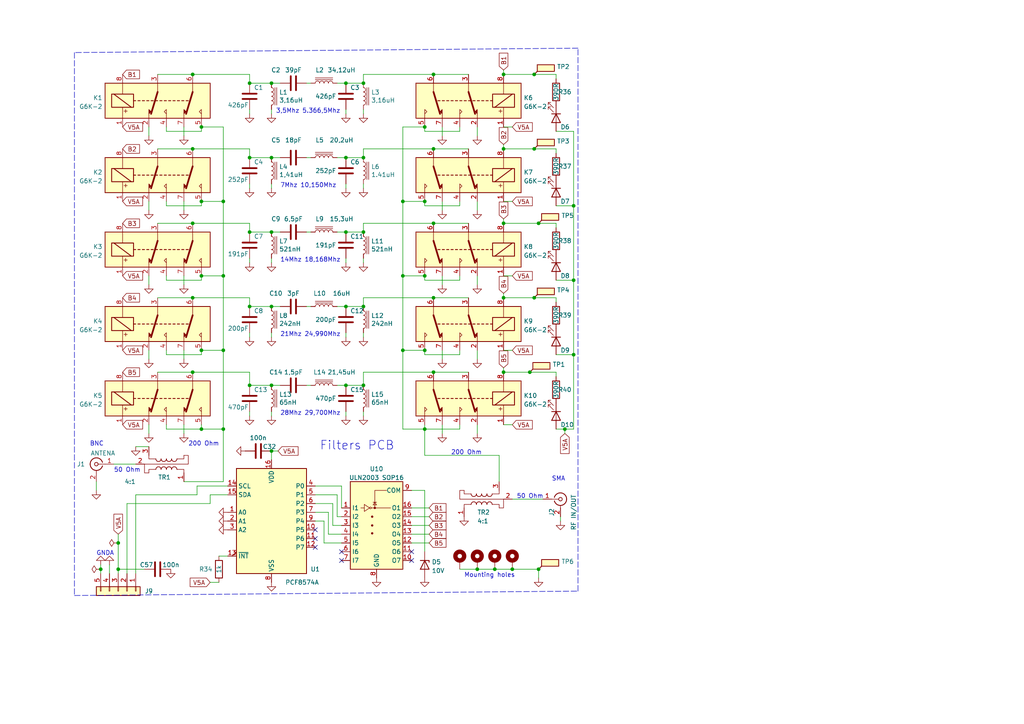
<source format=kicad_sch>
(kicad_sch (version 20211123) (generator eeschema)
  (paper "A4")
  (title_block (title "Software Defined Transceiver") (date "2022-05-21") (rev "1.0") (comment 1 "Pere López EA3AGK"))
  (junction (at 55.88 86.36))
  (junction (at 146.05 107.95))
  (junction (at 156.21 64.77))
  (junction (at 105.41 45.72))
  (junction (at 116.84 58.42))
  (junction (at 154.94 86.36))
  (junction (at 64.77 80.01))
  (junction (at 116.84 101.6))
  (junction (at 146.05 86.36))
  (junction (at 34.29 157.48))
  (junction (at 58.42 80.01))
  (junction (at 123.19 124.46))
  (junction (at 64.77 124.46))
  (junction (at 123.19 36.83))
  (junction (at 72.39 67.31))
  (junction (at 78.74 130.81))
  (junction (at 58.42 36.83))
  (junction (at 72.39 24.13))
  (junction (at 55.88 64.77))
  (junction (at 72.39 111.76))
  (junction (at 116.84 80.01))
  (junction (at 58.42 101.6))
  (junction (at 146.05 43.18))
  (junction (at 55.88 43.18))
  (junction (at 163.83 124.46))
  (junction (at 153.67 107.95))
  (junction (at 100.33 67.31))
  (junction (at 78.74 88.9))
  (junction (at 100.33 88.9))
  (junction (at 105.41 88.9))
  (junction (at 166.37 81.28))
  (junction (at 166.37 102.87))
  (junction (at 78.74 67.31))
  (junction (at 148.59 165.1))
  (junction (at 64.77 58.42))
  (junction (at 58.42 58.42))
  (junction (at 125.73 43.18))
  (junction (at 143.51 165.1))
  (junction (at 55.88 107.95))
  (junction (at 100.33 24.13))
  (junction (at 34.29 165.1))
  (junction (at 55.88 21.59))
  (junction (at 146.05 21.59))
  (junction (at 125.73 64.77))
  (junction (at 78.74 111.76))
  (junction (at 105.41 111.76))
  (junction (at 78.74 24.13))
  (junction (at 138.43 165.1))
  (junction (at 123.19 80.01))
  (junction (at 72.39 45.72))
  (junction (at 58.42 124.46))
  (junction (at 100.33 45.72))
  (junction (at 105.41 24.13))
  (junction (at 105.41 67.31))
  (junction (at 156.21 165.1))
  (junction (at 78.74 45.72))
  (junction (at 100.33 111.76))
  (junction (at 72.39 88.9))
  (junction (at 146.05 64.77))
  (junction (at 125.73 21.59))
  (junction (at 154.94 43.18))
  (junction (at 29.21 165.1))
  (junction (at 123.19 58.42))
  (junction (at 166.37 59.69))
  (junction (at 64.77 101.6))
  (junction (at 125.73 86.36))
  (junction (at 125.73 107.95))
  (junction (at 154.94 21.59))
  (junction (at 123.19 101.6))
  (no_connect (at 119.38 160.02))
  (no_connect (at 119.38 162.56))
  (no_connect (at 99.06 160.02))
  (no_connect (at 99.06 162.56))
  (no_connect (at 91.44 158.75))
  (no_connect (at 91.44 156.21))
  (no_connect (at 91.44 153.67))
  (wire (pts (xy 125.73 107.95) (xy 135.89 107.95)))
  (wire (pts (xy 43.18 104.14) (xy 43.18 101.6)))
  (wire (pts (xy 133.35 102.87) (xy 123.19 102.87)))
  (wire (pts (xy 72.39 86.36) (xy 72.39 88.9)))
  (wire (pts (xy 96.52 146.05) (xy 96.52 152.4)))
  (wire (pts (xy 45.72 86.36) (xy 55.88 86.36)))
  (wire (pts (xy 45.72 21.59) (xy 55.88 21.59)))
  (wire (pts (xy 48.26 58.42) (xy 48.26 59.69)))
  (wire (pts (xy 97.79 88.9) (xy 100.33 88.9)))
  (wire (pts (xy 148.59 144.78) (xy 157.48 144.78)))
  (wire (pts (xy 81.28 45.72) (xy 78.74 45.72)))
  (wire (pts (xy 119.38 157.48) (xy 124.46 157.48)))
  (wire (pts (xy 161.29 81.28) (xy 166.37 81.28)))
  (wire (pts (xy 100.33 74.93) (xy 100.33 76.2)))
  (wire (pts (xy 138.43 60.96) (xy 138.43 58.42)))
  (wire (pts (xy 55.88 21.59) (xy 72.39 21.59)))
  (wire (pts (xy 162.56 149.86) (xy 162.56 151.13)))
  (wire (pts (xy 43.18 36.83) (xy 43.18 39.37)))
  (wire (pts (xy 133.35 36.83) (xy 133.35 38.1)))
  (wire (pts (xy 45.72 107.95) (xy 55.88 107.95)))
  (wire (pts (xy 78.74 24.13) (xy 72.39 24.13)))
  (wire (pts (xy 105.41 21.59) (xy 125.73 21.59)))
  (wire (pts (xy 166.37 102.87) (xy 166.37 124.46)))
  (wire (pts (xy 125.73 21.59) (xy 135.89 21.59)))
  (wire (pts (xy 138.43 104.14) (xy 138.43 101.6)))
  (wire (pts (xy 146.05 36.83) (xy 148.59 36.83)))
  (wire (pts (xy 133.35 59.69) (xy 123.19 59.69)))
  (wire (pts (xy 166.37 59.69) (xy 166.37 81.28)))
  (wire (pts (xy 123.19 123.19) (xy 123.19 124.46)))
  (wire (pts (xy 48.26 102.87) (xy 58.42 102.87)))
  (wire (pts (xy 78.74 54.61) (xy 78.74 53.34)))
  (wire (pts (xy 146.05 86.36) (xy 154.94 86.36)))
  (wire (pts (xy 97.79 143.51) (xy 97.79 149.86)))
  (wire (pts (xy 123.19 101.6) (xy 116.84 101.6)))
  (wire (pts (xy 58.42 58.42) (xy 64.77 58.42)))
  (wire (pts (xy 78.74 67.31) (xy 72.39 67.31)))
  (wire (pts (xy 58.42 59.69) (xy 58.42 58.42)))
  (wire (pts (xy 48.26 80.01) (xy 48.26 81.28)))
  (wire (pts (xy 80.645 130.81) (xy 78.74 130.81)))
  (wire (pts (xy 146.05 101.6) (xy 148.59 101.6)))
  (wire (pts (xy 146.05 80.01) (xy 148.59 80.01)))
  (wire (pts (xy 138.43 82.55) (xy 138.43 80.01)))
  (wire (pts (xy 27.94 142.24) (xy 27.94 139.7)))
  (wire (pts (xy 144.78 132.08) (xy 144.78 139.7)))
  (wire (pts (xy 105.41 107.95) (xy 125.73 107.95)))
  (wire (pts (xy 57.15 140.97) (xy 66.04 140.97)))
  (wire (pts (xy 123.19 58.42) (xy 116.84 58.42)))
  (wire (pts (xy 53.34 60.96) (xy 53.34 58.42)))
  (wire (pts (xy 161.29 66.04) (xy 161.29 64.77)))
  (wire (pts (xy 72.39 53.34) (xy 72.39 54.61)))
  (wire (pts (xy 100.33 111.76) (xy 105.41 111.76)))
  (wire (pts (xy 58.42 101.6) (xy 64.77 101.6)))
  (wire (pts (xy 123.19 81.28) (xy 123.19 80.01)))
  (wire (pts (xy 45.72 43.18) (xy 55.88 43.18)))
  (wire (pts (xy 48.26 59.69) (xy 58.42 59.69)))
  (wire (pts (xy 57.15 143.51) (xy 57.15 140.97)))
  (wire (pts (xy 58.42 80.01) (xy 58.42 81.28)))
  (wire (pts (xy 146.05 21.59) (xy 146.05 20.32)))
  (wire (pts (xy 72.39 74.93) (xy 72.39 76.2)))
  (wire (pts (xy 153.67 107.95) (xy 161.29 107.95)))
  (wire (pts (xy 66.04 143.51) (xy 60.96 143.51)))
  (wire (pts (xy 146.05 43.18) (xy 154.94 43.18)))
  (wire (pts (xy 105.41 97.79) (xy 105.41 96.52)))
  (wire (pts (xy 78.74 33.02) (xy 78.74 31.75)))
  (wire (pts (xy 125.73 64.77) (xy 135.89 64.77)))
  (wire (pts (xy 78.74 97.79) (xy 78.74 96.52)))
  (wire (pts (xy 33.02 134.62) (xy 39.37 134.62)))
  (wire (pts (xy 81.28 111.76) (xy 78.74 111.76)))
  (wire (pts (xy 154.94 43.18) (xy 161.29 43.18)))
  (wire (pts (xy 146.05 41.91) (xy 146.05 43.18)))
  (wire (pts (xy 88.9 67.31) (xy 90.17 67.31)))
  (wire (pts (xy 58.42 80.01) (xy 64.77 80.01)))
  (wire (pts (xy 78.74 130.81) (xy 78.74 133.35)))
  (wire (pts (xy 53.34 82.55) (xy 53.34 80.01)))
  (wire (pts (xy 97.79 45.72) (xy 100.33 45.72)))
  (wire (pts (xy 123.19 102.87) (xy 123.19 101.6)))
  (wire (pts (xy 63.5 161.29) (xy 66.04 161.29)))
  (wire (pts (xy 78.74 88.9) (xy 72.39 88.9)))
  (wire (pts (xy 146.05 21.59) (xy 154.94 21.59)))
  (wire (pts (xy 91.44 148.59) (xy 95.25 148.59)))
  (wire (pts (xy 146.05 85.09) (xy 146.05 86.36)))
  (wire (pts (xy 133.35 38.1) (xy 123.19 38.1)))
  (wire (pts (xy 119.38 152.4) (xy 124.46 152.4)))
  (wire (pts (xy 166.37 38.1) (xy 166.37 59.69)))
  (wire (pts (xy 29.21 163.83) (xy 29.21 165.1)))
  (wire (pts (xy 97.79 67.31) (xy 100.33 67.31)))
  (wire (pts (xy 161.29 87.63) (xy 161.29 86.36)))
  (wire (pts (xy 100.33 31.75) (xy 100.33 33.02)))
  (wire (pts (xy 72.39 96.52) (xy 72.39 97.79)))
  (wire (pts (xy 72.39 31.75) (xy 72.39 33.02)))
  (wire (pts (xy 95.25 148.59) (xy 95.25 154.94)))
  (wire (pts (xy 163.83 124.46) (xy 166.37 124.46)))
  (wire (pts (xy 96.52 152.4) (xy 99.06 152.4)))
  (wire (pts (xy 166.37 102.87) (xy 161.29 102.87)))
  (wire (pts (xy 100.33 53.34) (xy 100.33 54.61)))
  (wire (pts (xy 53.34 125.73) (xy 53.34 123.19)))
  (wire (pts (xy 125.73 43.18) (xy 135.89 43.18)))
  (wire (pts (xy 146.05 107.95) (xy 146.05 106.68)))
  (wire (pts (xy 154.94 86.36) (xy 161.29 86.36)))
  (wire (pts (xy 123.19 142.24) (xy 119.38 142.24)))
  (wire (pts (xy 105.41 107.95) (xy 105.41 111.76)))
  (wire (pts (xy 166.37 81.28) (xy 166.37 102.87)))
  (wire (pts (xy 55.88 107.95) (xy 72.39 107.95)))
  (wire (pts (xy 81.28 67.31) (xy 78.74 67.31)))
  (wire (pts (xy 48.26 81.28) (xy 58.42 81.28)))
  (wire (pts (xy 105.41 43.18) (xy 105.41 45.72)))
  (wire (pts (xy 34.29 157.48) (xy 34.29 165.1)))
  (wire (pts (xy 97.79 149.86) (xy 99.06 149.86)))
  (wire (pts (xy 138.43 165.1) (xy 143.51 165.1)))
  (wire (pts (xy 53.34 36.83) (xy 53.34 39.37)))
  (wire (pts (xy 88.9 24.13) (xy 90.17 24.13)))
  (wire (pts (xy 123.19 36.83) (xy 123.19 38.1)))
  (wire (pts (xy 133.35 165.1) (xy 138.43 165.1)))
  (wire (pts (xy 161.29 59.69) (xy 166.37 59.69)))
  (wire (pts (xy 45.72 64.77) (xy 55.88 64.77)))
  (wire (pts (xy 156.21 165.1) (xy 156.21 167.64)))
  (wire (pts (xy 125.73 64.77) (xy 105.41 64.77)))
  (wire (pts (xy 93.98 157.48) (xy 99.06 157.48)))
  (wire (pts (xy 100.33 88.9) (xy 105.41 88.9)))
  (wire (pts (xy 58.42 101.6) (xy 58.42 102.87)))
  (wire (pts (xy 34.29 154.94) (xy 34.29 157.48)))
  (wire (pts (xy 39.37 129.54) (xy 43.18 129.54)))
  (wire (pts (xy 161.29 22.86) (xy 161.29 21.59)))
  (wire (pts (xy 105.41 64.77) (xy 105.41 67.31)))
  (wire (pts (xy 161.29 109.22) (xy 161.29 107.95)))
  (wire (pts (xy 116.84 101.6) (xy 116.84 124.46)))
  (wire (pts (xy 133.35 101.6) (xy 133.35 102.87)))
  (wire (pts (xy 60.96 168.91) (xy 63.5 168.91)))
  (wire (pts (xy 123.19 160.02) (xy 123.19 142.24)))
  (wire (pts (xy 97.79 24.13) (xy 100.33 24.13)))
  (wire (pts (xy 119.38 149.86) (xy 124.46 149.86)))
  (wire (pts (xy 58.42 123.19) (xy 58.42 124.46)))
  (wire (pts (xy 88.9 45.72) (xy 90.17 45.72)))
  (wire (pts (xy 29.21 165.1) (xy 29.21 166.37)))
  (wire (pts (xy 48.26 38.1) (xy 58.42 38.1)))
  (wire (pts (xy 133.35 123.19) (xy 133.35 124.46)))
  (wire (pts (xy 100.33 119.38) (xy 100.33 120.65)))
  (wire (pts (xy 39.37 143.51) (xy 57.15 143.51)))
  (wire (pts (xy 133.35 80.01) (xy 133.35 81.28)))
  (wire (pts (xy 91.44 140.97) (xy 99.06 140.97)))
  (wire (pts (xy 116.84 58.42) (xy 116.84 80.01)))
  (wire (pts (xy 60.96 146.05) (xy 60.96 143.51)))
  (wire (pts (xy 64.77 58.42) (xy 64.77 80.01)))
  (wire (pts (xy 88.9 111.76) (xy 90.17 111.76)))
  (wire (pts (xy 78.74 45.72) (xy 72.39 45.72)))
  (wire (pts (xy 91.44 151.13) (xy 93.98 151.13)))
  (wire (pts (xy 105.41 54.61) (xy 105.41 53.34)))
  (wire (pts (xy 128.27 82.55) (xy 128.27 80.01)))
  (wire (pts (xy 72.39 107.95) (xy 72.39 111.76)))
  (wire (pts (xy 100.33 24.13) (xy 105.41 24.13)))
  (wire (pts (xy 128.27 123.19) (xy 128.27 125.73)))
  (wire (pts (xy 128.27 104.14) (xy 128.27 101.6)))
  (wire (pts (xy 31.75 163.83) (xy 31.75 166.37)))
  (wire (pts (xy 72.39 119.38) (xy 72.39 120.65)))
  (polyline (pts (xy 21.59 15.24) (xy 21.59 172.72)))
  (wire (pts (xy 91.44 146.05) (xy 96.52 146.05)))
  (wire (pts (xy 125.73 86.36) (xy 135.89 86.36)))
  (wire (pts (xy 93.98 151.13) (xy 93.98 157.48)))
  (wire (pts (xy 161.29 124.46) (xy 163.83 124.46)))
  (wire (pts (xy 148.59 165.1) (xy 156.21 165.1)))
  (wire (pts (xy 123.19 124.46) (xy 123.19 132.08)))
  (wire (pts (xy 161.29 38.1) (xy 166.37 38.1)))
  (wire (pts (xy 64.77 124.46) (xy 58.42 124.46)))
  (wire (pts (xy 125.73 43.18) (xy 105.41 43.18)))
  (wire (pts (xy 81.28 24.13) (xy 78.74 24.13)))
  (wire (pts (xy 48.26 101.6) (xy 48.26 102.87)))
  (wire (pts (xy 128.27 60.96) (xy 128.27 58.42)))
  (wire (pts (xy 81.28 88.9) (xy 78.74 88.9)))
  (wire (pts (xy 146.05 107.95) (xy 153.67 107.95)))
  (wire (pts (xy 100.33 96.52) (xy 100.33 97.79)))
  (wire (pts (xy 146.05 64.77) (xy 156.21 64.77)))
  (wire (pts (xy 58.42 38.1) (xy 58.42 36.83)))
  (wire (pts (xy 119.38 147.32) (xy 124.46 147.32)))
  (wire (pts (xy 34.29 165.1) (xy 41.91 165.1)))
  (wire (pts (xy 116.84 36.83) (xy 116.84 58.42)))
  (wire (pts (xy 43.18 125.73) (xy 43.18 123.19)))
  (wire (pts (xy 72.39 64.77) (xy 72.39 67.31)))
  (wire (pts (xy 43.18 82.55) (xy 43.18 80.01)))
  (wire (pts (xy 95.25 154.94) (xy 99.06 154.94)))
  (wire (pts (xy 138.43 36.83) (xy 138.43 39.37)))
  (wire (pts (xy 100.33 45.72) (xy 105.41 45.72)))
  (wire (pts (xy 78.74 76.2) (xy 78.74 74.93)))
  (wire (pts (xy 123.19 80.01) (xy 116.84 80.01)))
  (wire (pts (xy 55.88 86.36) (xy 72.39 86.36)))
  (wire (pts (xy 105.41 33.02) (xy 105.41 31.75)))
  (wire (pts (xy 36.83 146.05) (xy 60.96 146.05)))
  (wire (pts (xy 119.38 154.94) (xy 124.46 154.94)))
  (wire (pts (xy 99.06 140.97) (xy 99.06 147.32)))
  (wire (pts (xy 48.26 124.46) (xy 58.42 124.46)))
  (polyline (pts (xy 21.59 172.72) (xy 167.64 171.45)))
  (wire (pts (xy 58.42 36.83) (xy 64.77 36.83)))
  (wire (pts (xy 125.73 86.36) (xy 105.41 86.36)))
  (wire (pts (xy 78.74 111.76) (xy 72.39 111.76)))
  (wire (pts (xy 148.59 123.19) (xy 146.05 123.19)))
  (wire (pts (xy 105.41 21.59) (xy 105.41 24.13)))
  (wire (pts (xy 154.94 21.59) (xy 161.29 21.59)))
  (wire (pts (xy 53.34 139.7) (xy 64.77 139.7)))
  (wire (pts (xy 146.05 64.77) (xy 146.05 63.5)))
  (wire (pts (xy 143.51 165.1) (xy 148.59 165.1)))
  (wire (pts (xy 72.39 43.18) (xy 72.39 45.72)))
  (wire (pts (xy 105.41 86.36) (xy 105.41 88.9)))
  (wire (pts (xy 78.74 120.65) (xy 78.74 119.38)))
  (wire (pts (xy 64.77 101.6) (xy 64.77 124.46)))
  (wire (pts (xy 116.84 124.46) (xy 123.19 124.46)))
  (wire (pts (xy 133.35 81.28) (xy 123.19 81.28)))
  (wire (pts (xy 55.88 64.77) (xy 72.39 64.77)))
  (wire (pts (xy 163.83 124.46) (xy 163.83 125.73)))
  (wire (pts (xy 64.77 124.46) (xy 64.77 139.7)))
  (wire (pts (xy 105.41 76.2) (xy 105.41 74.93)))
  (wire (pts (xy 97.79 111.76) (xy 100.33 111.76)))
  (wire (pts (xy 53.34 104.14) (xy 53.34 101.6)))
  (wire (pts (xy 48.26 123.19) (xy 48.26 124.46)))
  (polyline (pts (xy 167.64 13.97) (xy 21.59 15.24)))
  (wire (pts (xy 55.88 43.18) (xy 72.39 43.18)))
  (wire (pts (xy 48.26 36.83) (xy 48.26 38.1)))
  (wire (pts (xy 36.83 166.37) (xy 36.83 146.05)))
  (wire (pts (xy 43.18 60.96) (xy 43.18 58.42)))
  (wire (pts (xy 72.39 21.59) (xy 72.39 24.13)))
  (wire (pts (xy 88.9 88.9) (xy 90.17 88.9)))
  (wire (pts (xy 100.33 67.31) (xy 105.41 67.31)))
  (wire (pts (xy 138.43 125.73) (xy 138.43 123.19)))
  (wire (pts (xy 146.05 58.42) (xy 148.59 58.42)))
  (wire (pts (xy 123.19 124.46) (xy 133.35 124.46)))
  (wire (pts (xy 105.41 120.65) (xy 105.41 119.38)))
  (wire (pts (xy 161.29 44.45) (xy 161.29 43.18)))
  (wire (pts (xy 144.78 132.08) (xy 123.19 132.08)))
  (polyline (pts (xy 167.64 171.45) (xy 167.64 13.97)))
  (wire (pts (xy 34.29 165.1) (xy 34.29 166.37)))
  (wire (pts (xy 156.21 64.77) (xy 161.29 64.77)))
  (wire (pts (xy 91.44 143.51) (xy 97.79 143.51)))
  (wire (pts (xy 133.35 58.42) (xy 133.35 59.69)))
  (wire (pts (xy 123.19 36.83) (xy 116.84 36.83)))
  (wire (pts (xy 128.27 36.83) (xy 128.27 39.37)))
  (wire (pts (xy 123.19 59.69) (xy 123.19 58.42)))
  (wire (pts (xy 116.84 80.01) (xy 116.84 101.6)))
  (wire (pts (xy 39.37 143.51) (xy 39.37 166.37)))
  (wire (pts (xy 64.77 36.83) (xy 64.77 58.42)))
  (wire (pts (xy 64.77 80.01) (xy 64.77 101.6)))
  (text "50 Ohm" (at 33.02 137.16 0) (effects (font (size 1.27 1.27)) (justify left bottom)))
  (text "50 Ohm" (at 149.86 144.78 0) (effects (font (size 1.27 1.27)) (justify left bottom)))
  (text "GNDA\n" (at 27.94 161.29 0) (effects (font (size 1.27 1.27)) (justify left bottom)))
  (text "200 Ohm" (at 130.81 132.08 0) (effects (font (size 1.27 1.27)) (justify left bottom)))
  (text "Filters PCB\n" (at 92.71 130.81 0) (effects (font (size 2.54 2.54)) (justify left bottom)))
  (text "21Mhz 24,990Mhz" (at 81.28 97.79 0) (effects (font (size 1.27 1.27)) (justify left bottom)))
  (text "3,5Mhz 5.366,5Mhz" (at 80.01 33.02 0) (effects (font (size 1.27 1.27)) (justify left bottom)))
  (text "28Mhz 29,700Mhz" (at 81.28 120.65 0) (effects (font (size 1.27 1.27)) (justify left bottom)))
  (text "SMA" (at 160.02 139.7 0) (effects (font (size 1.27 1.27)) (justify left bottom)))
  (text "200 Ohm" (at 54.61 129.54 0) (effects (font (size 1.27 1.27)) (justify left bottom)))
  (text "14Mhz 18,168Mhz" (at 81.28 76.2 0) (effects (font (size 1.27 1.27)) (justify left bottom)))
  (text "Mounting holes" (at 134.62 167.64 0) (effects (font (size 1.27 1.27)) (justify left bottom)))
  (text "BNC" (at 26.035 129.54 0) (effects (font (size 1.27 1.27)) (justify left bottom)))
  (text "7Mhz 10,150Mhz" (at 81.28 54.61 0) (effects (font (size 1.27 1.27)) (justify left bottom)))
  (global_label "V5A" (shape input) (at 148.59 123.19 0) (property "Referencias entre hojas" "${INTERSHEET_REFS}" (effects hide)))
  (global_label "B5" (shape input) (at 35.56 107.95 0) (property "Referencias entre hojas" "${INTERSHEET_REFS}" (effects hide)))
  (global_label "V5A" (shape input) (at 35.56 80.01 0) (property "Referencias entre hojas" "${INTERSHEET_REFS}" (effects hide)))
  (global_label "B4" (shape input) (at 124.46 154.94 0) (property "Referencias entre hojas" "${INTERSHEET_REFS}" (effects hide)))
  (global_label "V5A" (shape input) (at 35.56 123.19 0) (property "Referencias entre hojas" "${INTERSHEET_REFS}" (effects hide)))
  (global_label "B5" (shape input) (at 124.46 157.48 0) (property "Referencias entre hojas" "${INTERSHEET_REFS}" (effects hide)))
  (global_label "B5" (shape input) (at 146.05 106.68 90) (property "Referencias entre hojas" "${INTERSHEET_REFS}" (effects hide)))
  (global_label "B2" (shape input) (at 124.46 149.86 0) (property "Referencias entre hojas" "${INTERSHEET_REFS}" (effects hide)))
  (global_label "B2" (shape input) (at 35.56 43.18 0) (property "Referencias entre hojas" "${INTERSHEET_REFS}" (effects hide)))
  (global_label "V5A" (shape input) (at 80.645 130.81 0) (property "Referencias entre hojas" "${INTERSHEET_REFS}" (effects hide)))
  (global_label "B1" (shape input) (at 146.05 20.32 90) (property "Referencias entre hojas" "${INTERSHEET_REFS}" (effects hide)))
  (global_label "B4" (shape input) (at 146.05 85.09 90) (property "Referencias entre hojas" "${INTERSHEET_REFS}" (effects hide)))
  (global_label "V5A" (shape input) (at 35.56 101.6 0) (property "Referencias entre hojas" "${INTERSHEET_REFS}" (effects hide)))
  (global_label "V5A" (shape input) (at 34.29 154.94 90) (property "Referencias entre hojas" "${INTERSHEET_REFS}" (effects hide)))
  (global_label "B3" (shape input) (at 124.46 152.4 0) (property "Referencias entre hojas" "${INTERSHEET_REFS}" (effects hide)))
  (global_label "B1" (shape input) (at 124.46 147.32 0) (property "Referencias entre hojas" "${INTERSHEET_REFS}" (effects hide)))
  (global_label "V5A" (shape input) (at 163.83 125.73 270) (property "Referencias entre hojas" "${INTERSHEET_REFS}" (effects hide)))
  (global_label "V5A" (shape input) (at 148.59 58.42 0) (property "Referencias entre hojas" "${INTERSHEET_REFS}" (effects hide)))
  (global_label "B1" (shape input) (at 35.56 21.59 0) (property "Referencias entre hojas" "${INTERSHEET_REFS}" (effects hide)))
  (global_label "B3" (shape input) (at 146.05 63.5 90) (property "Referencias entre hojas" "${INTERSHEET_REFS}" (effects hide)))
  (global_label "V5A" (shape input) (at 148.59 80.01 0) (property "Referencias entre hojas" "${INTERSHEET_REFS}" (effects hide)))
  (global_label "B4" (shape input) (at 35.56 86.36 0) (property "Referencias entre hojas" "${INTERSHEET_REFS}" (effects hide)))
  (global_label "B3" (shape input) (at 35.56 64.77 0) (property "Referencias entre hojas" "${INTERSHEET_REFS}" (effects hide)))
  (global_label "V5A" (shape input) (at 148.59 101.6 0) (property "Referencias entre hojas" "${INTERSHEET_REFS}" (effects hide)))
  (global_label "V5A" (shape input) (at 35.56 36.83 0) (property "Referencias entre hojas" "${INTERSHEET_REFS}" (effects hide)))
  (global_label "V5A" (shape input) (at 60.96 168.91 180) (property "Referencias entre hojas" "${INTERSHEET_REFS}" (effects hide)))
  (global_label "V5A" (shape input) (at 35.56 58.42 0) (property "Referencias entre hojas" "${INTERSHEET_REFS}" (effects hide)))
  (global_label "V5A" (shape input) (at 148.59 36.83 0) (property "Referencias entre hojas" "${INTERSHEET_REFS}" (effects hide)))
  (global_label "B2" (shape input) (at 146.05 41.91 90) (property "Referencias entre hojas" "${INTERSHEET_REFS}" (effects hide)))
  (symbol (lib_id "SDR_1-rescue:L_Core_Iron-Device") (at 78.74 27.94 0) (unit 1)
    (property "Reference" "L1" (at 80.9752 26.7716 0) (effects (justify left)))
    (property "Value" "3,16uH" (at 80.9752 29.083 0) (effects (justify left)))
    (property "Footprint" "PERE:Coil_toroid_T50_Vertical" (effects hide))
  )
  (symbol (lib_id "SDR_1-rescue:L_Core_Iron-Device") (at 105.41 27.94 0) (unit 1)
    (property "Reference" "L3" (at 107.6452 26.7716 0) (effects (justify left)))
    (property "Value" "3,16uH" (at 107.6452 29.083 0) (effects (justify left)))
    (property "Footprint" "PERE:Coil_toroid_T50_Vertical" (effects hide))
  )
  (symbol (lib_id "Device:C") (at 72.39 27.94 0) (unit 1)
    (property "Reference" "C1" (at 73.66 25.4 0) (effects (justify left)))
    (property "Value" "426pF" (at 66.04 30.48 0) (effects (justify left)))
    (property "Footprint" "LED_SMD:LED_0805_2012Metric_Pad1.15x1.40mm_HandSolder" (effects hide))
  )
  (symbol (lib_id "Device:C") (at 100.33 27.94 0) (unit 1)
    (property "Reference" "C3" (at 101.6 25.4 0) (effects (justify left)))
    (property "Value" "426pF" (at 91.44 27.94 0) (effects (justify left)))
    (property "Footprint" "Capacitor_SMD:C_0805_2012Metric" (effects hide))
  )
  (symbol (lib_id "SDR_1-rescue:L_Core_Iron-Device") (at 93.98 24.13 90) (unit 1)
    (property "Reference" "L2" (at 92.71 20.32 90))
    (property "Value" "34,12uH" (at 99.06 20.32 90))
    (property "Footprint" "PERE:Coil_toroid_T50_Vertical" (effects hide))
  )
  (symbol (lib_id "Device:C") (at 85.09 24.13 270) (unit 1)
    (property "Reference" "C2" (at 80.01 20.32 90))
    (property "Value" "39pF" (at 85.09 20.32 90))
    (property "Footprint" "Capacitor_SMD:C_0805_2012Metric" (effects hide))
  )
  (symbol (lib_id "power:GNDA") (at 105.41 33.02 0) (unit 1)
    (property "Reference" "#PWR0101" (effects hide))
    (property "Value" "GNDA" (effects hide))
  )
  (symbol (lib_id "power:GNDA") (at 100.33 33.02 0) (unit 1)
    (property "Reference" "#PWR0102" (effects hide))
    (property "Value" "GNDA" (effects hide))
  )
  (symbol (lib_id "power:GNDA") (at 78.74 33.02 0) (unit 1)
    (property "Reference" "#PWR0103" (effects hide))
    (property "Value" "GNDA" (effects hide))
  )
  (symbol (lib_id "power:GNDA") (at 72.39 33.02 0) (unit 1)
    (property "Reference" "#PWR0104" (effects hide))
    (property "Value" "GNDA" (effects hide))
  )
  (symbol (lib_id "power:GNDA") (at 53.34 60.96 0) (unit 1)
    (property "Reference" "#PWR024" (effects hide))
    (property "Value" "GNDA" (effects hide))
  )
  (symbol (lib_id "power:GNDA") (at 53.34 82.55 0) (unit 1)
    (property "Reference" "#PWR025" (effects hide))
    (property "Value" "GNDA" (effects hide))
  )
  (symbol (lib_id "power:GNDA") (at 53.34 104.14 0) (unit 1)
    (property "Reference" "#PWR026" (effects hide))
    (property "Value" "GNDA" (effects hide))
  )
  (symbol (lib_id "power:GNDA") (at 53.34 125.73 0) (unit 1)
    (property "Reference" "#PWR027" (effects hide))
    (property "Value" "GNDA" (effects hide))
  )
  (symbol (lib_id "power:GNDA") (at 128.27 60.96 0) (unit 1)
    (property "Reference" "#PWR028" (effects hide))
    (property "Value" "GNDA" (effects hide))
  )
  (symbol (lib_id "power:GNDA") (at 128.27 82.55 0) (unit 1)
    (property "Reference" "#PWR029" (effects hide))
    (property "Value" "GNDA" (effects hide))
  )
  (symbol (lib_id "power:GNDA") (at 128.27 104.14 0) (unit 1)
    (property "Reference" "#PWR030" (effects hide))
    (property "Value" "GNDA" (effects hide))
  )
  (symbol (lib_id "power:GNDA") (at 128.27 125.73 0) (unit 1)
    (property "Reference" "#PWR031" (effects hide))
    (property "Value" "GNDA" (effects hide))
  )
  (symbol (lib_id "SDR_1-rescue:L_Core_Iron-Device") (at 78.74 49.53 0) (unit 1)
    (property "Reference" "L4" (at 80.9752 48.3616 0) (effects (justify left)))
    (property "Value" "1,41uH" (at 80.9752 50.673 0) (effects (justify left)))
    (property "Footprint" "PERE:Coil_toroid_T50_Vertical" (effects hide))
  )
  (symbol (lib_id "SDR_1-rescue:L_Core_Iron-Device") (at 105.41 49.53 0) (unit 1)
    (property "Reference" "L6" (at 107.6452 48.3616 0) (effects (justify left)))
    (property "Value" "1.41uH" (at 107.6452 50.673 0) (effects (justify left)))
    (property "Footprint" "PERE:Coil_toroid_T50_Vertical" (effects hide))
  )
  (symbol (lib_id "Device:C") (at 72.39 49.53 0) (unit 1)
    (property "Reference" "C4" (at 73.66 46.99 0) (effects (justify left)))
    (property "Value" "252pF" (at 66.04 52.07 0) (effects (justify left)))
    (property "Footprint" "Capacitor_SMD:C_0805_2012Metric" (effects hide))
  )
  (symbol (lib_id "Device:C") (at 100.33 49.53 0) (unit 1)
    (property "Reference" "C6" (at 101.6 46.99 0) (effects (justify left)))
    (property "Value" "252pF" (at 91.44 49.53 0) (effects (justify left)))
    (property "Footprint" "Capacitor_SMD:C_0805_2012Metric" (effects hide))
  )
  (symbol (lib_id "SDR_1-rescue:L_Core_Iron-Device") (at 93.98 45.72 90) (unit 1)
    (property "Reference" "L5" (at 92.71 40.64 90))
    (property "Value" "20,2uH" (at 99.06 40.64 90))
    (property "Footprint" "PERE:Coil_toroid_T50_Vertical" (effects hide))
  )
  (symbol (lib_id "Device:C") (at 85.09 45.72 270) (unit 1)
    (property "Reference" "C5" (at 80.01 40.64 90))
    (property "Value" "18pF" (at 85.09 40.64 90))
    (property "Footprint" "Capacitor_SMD:C_0805_2012Metric" (effects hide))
  )
  (symbol (lib_id "power:GNDA") (at 105.41 54.61 0) (unit 1)
    (property "Reference" "#PWR04" (effects hide))
    (property "Value" "GNDA" (effects hide))
  )
  (symbol (lib_id "power:GNDA") (at 100.33 54.61 0) (unit 1)
    (property "Reference" "#PWR03" (effects hide))
    (property "Value" "GNDA" (effects hide))
  )
  (symbol (lib_id "power:GNDA") (at 78.74 54.61 0) (unit 1)
    (property "Reference" "#PWR02" (effects hide))
    (property "Value" "GNDA" (effects hide))
  )
  (symbol (lib_id "power:GNDA") (at 72.39 54.61 0) (unit 1)
    (property "Reference" "#PWR01" (effects hide))
    (property "Value" "GNDA" (effects hide))
  )
  (symbol (lib_id "SDR_1-rescue:L_Core_Iron-Device") (at 78.74 71.12 0) (unit 1)
    (property "Reference" "L7" (at 80.9752 69.9516 0) (effects (justify left)))
    (property "Value" "521nH" (at 80.9752 72.263 0) (effects (justify left)))
    (property "Footprint" "PERE:Coil_toroid_T50_Vertical" (effects hide))
  )
  (symbol (lib_id "SDR_1-rescue:L_Core_Iron-Device") (at 105.41 71.12 0) (unit 1)
    (property "Reference" "L11" (at 107.6452 69.9516 0) (effects (justify left)))
    (property "Value" "521nH" (at 107.6452 72.263 0) (effects (justify left)))
    (property "Footprint" "PERE:Coil_toroid_T50_Vertical" (effects hide))
  )
  (symbol (lib_id "Device:C") (at 72.39 71.12 0) (unit 1)
    (property "Reference" "C7" (at 73.66 68.58 0) (effects (justify left)))
    (property "Value" "191pF" (at 66.04 73.66 0) (effects (justify left)))
    (property "Footprint" "Capacitor_SMD:C_0805_2012Metric" (effects hide))
  )
  (symbol (lib_id "Device:C") (at 100.33 71.12 0) (unit 1)
    (property "Reference" "C11" (at 101.6 68.58 0) (effects (justify left)))
    (property "Value" "191pF" (at 91.44 71.12 0) (effects (justify left)))
    (property "Footprint" "Capacitor_SMD:C_0805_2012Metric" (effects hide))
  )
  (symbol (lib_id "SDR_1-rescue:L_Core_Iron-Device") (at 93.98 67.31 90) (unit 1)
    (property "Reference" "L9" (at 92.71 63.5 90))
    (property "Value" "15,3uH" (at 99.06 63.5 90))
    (property "Footprint" "PERE:Coil_toroid_T50_Vertical" (effects hide))
  )
  (symbol (lib_id "Device:C") (at 85.09 67.31 270) (unit 1)
    (property "Reference" "C9" (at 80.01 63.5 90))
    (property "Value" "6,5pF" (at 85.09 63.5 90))
    (property "Footprint" "Capacitor_SMD:C_0805_2012Metric" (effects hide))
  )
  (symbol (lib_id "power:GNDA") (at 105.41 76.2 0) (unit 1)
    (property "Reference" "#PWR011" (effects hide))
    (property "Value" "GNDA" (effects hide))
  )
  (symbol (lib_id "power:GNDA") (at 100.33 76.2 0) (unit 1)
    (property "Reference" "#PWR09" (effects hide))
    (property "Value" "GNDA" (effects hide))
  )
  (symbol (lib_id "power:GNDA") (at 78.74 76.2 0) (unit 1)
    (property "Reference" "#PWR07" (effects hide))
    (property "Value" "GNDA" (effects hide))
  )
  (symbol (lib_id "power:GNDA") (at 72.39 76.2 0) (unit 1)
    (property "Reference" "#PWR05" (effects hide))
    (property "Value" "GNDA" (effects hide))
  )
  (symbol (lib_id "SDR_1-rescue:L_Core_Iron-Device") (at 78.74 92.71 0) (unit 1)
    (property "Reference" "L8" (at 80.9752 91.5416 0) (effects (justify left)))
    (property "Value" "242nH" (at 80.9752 93.853 0) (effects (justify left)))
    (property "Footprint" "PERE:Coil_toroid_T50_Vertical" (effects hide))
  )
  (symbol (lib_id "SDR_1-rescue:L_Core_Iron-Device") (at 105.41 92.71 0) (unit 1)
    (property "Reference" "L12" (at 107.6452 91.5416 0) (effects (justify left)))
    (property "Value" "242nH" (at 107.6452 93.853 0) (effects (justify left)))
    (property "Footprint" "PERE:Coil_toroid_T50_Vertical" (effects hide))
  )
  (symbol (lib_id "Device:C") (at 72.39 92.71 0) (unit 1)
    (property "Reference" "C8" (at 73.66 90.17 0) (effects (justify left)))
    (property "Value" "200pF" (at 66.04 95.25 0) (effects (justify left)))
    (property "Footprint" "Capacitor_SMD:C_0805_2012Metric" (effects hide))
  )
  (symbol (lib_id "Device:C") (at 100.33 92.71 0) (unit 1)
    (property "Reference" "C12" (at 101.6 90.17 0) (effects (justify left)))
    (property "Value" "200pF" (at 91.44 92.71 0) (effects (justify left)))
    (property "Footprint" "Capacitor_SMD:C_0805_2012Metric" (effects hide))
  )
  (symbol (lib_id "SDR_1-rescue:L_Core_Iron-Device") (at 93.98 88.9 90) (unit 1)
    (property "Reference" "L10" (at 92.71 85.09 90))
    (property "Value" "16uH" (at 99.06 85.09 90))
    (property "Footprint" "PERE:Coil_toroid_T50_Vertical" (effects hide))
  )
  (symbol (lib_id "Device:C") (at 85.09 88.9 270) (unit 1)
    (property "Reference" "C10" (at 80.01 85.09 90))
    (property "Value" "3pF" (at 85.09 85.09 90))
    (property "Footprint" "Capacitor_SMD:C_0805_2012Metric" (effects hide))
  )
  (symbol (lib_id "power:GNDA") (at 105.41 97.79 0) (unit 1)
    (property "Reference" "#PWR012" (effects hide))
    (property "Value" "GNDA" (effects hide))
  )
  (symbol (lib_id "power:GNDA") (at 100.33 97.79 0) (unit 1)
    (property "Reference" "#PWR010" (effects hide))
    (property "Value" "GNDA" (effects hide))
  )
  (symbol (lib_id "power:GNDA") (at 78.74 97.79 0) (unit 1)
    (property "Reference" "#PWR08" (effects hide))
    (property "Value" "GNDA" (effects hide))
  )
  (symbol (lib_id "power:GNDA") (at 72.39 97.79 0) (unit 1)
    (property "Reference" "#PWR06" (effects hide))
    (property "Value" "GNDA" (effects hide))
  )
  (symbol (lib_id "Interface_Expansion:PCF8574A") (at 78.74 151.13 0) (unit 1)
    (property "Reference" "U1" (at 91.44 165.1 0))
    (property "Value" "PCF8574A" (at 87.63 168.91 0))
    (property "Footprint" "Package_SO:SOIC-16W_7.5x10.3mm_P1.27mm" (effects hide))
    (property "Datasheet" "http://www.nxp.com/documents/data_sheet/PCF8574_PCF8574A.pdf" (effects hide))
  )
  (symbol (lib_id "power:GNDA") (at 128.27 39.37 0) (unit 1)
    (property "Reference" "#PWR018" (effects hide))
    (property "Value" "GNDA" (effects hide))
  )
  (symbol (lib_id "power:GNDA") (at 53.34 39.37 0) (unit 1)
    (property "Reference" "#PWR017" (effects hide))
    (property "Value" "GNDA" (effects hide))
  )
  (symbol (lib_id "SDR_1-rescue:L_Core_Iron-Device") (at 78.74 115.57 0) (unit 1)
    (property "Reference" "L13" (at 80.9752 114.4016 0) (effects (justify left)))
    (property "Value" "65nH" (at 80.9752 116.713 0) (effects (justify left)))
    (property "Footprint" "PERE:Coil_toroid_T50_Vertical" (effects hide))
  )
  (symbol (lib_id "SDR_1-rescue:L_Core_Iron-Device") (at 105.41 115.57 0) (unit 1)
    (property "Reference" "L15" (at 107.6452 114.4016 0) (effects (justify left)))
    (property "Value" "65nH" (at 107.6452 116.713 0) (effects (justify left)))
    (property "Footprint" "PERE:Coil_toroid_T50_Vertical" (effects hide))
  )
  (symbol (lib_id "Device:C") (at 72.39 115.57 0) (unit 1)
    (property "Reference" "C13" (at 73.66 113.03 0) (effects (justify left)))
    (property "Value" "470pF" (at 66.04 118.11 0) (effects (justify left)))
    (property "Footprint" "Capacitor_SMD:C_0805_2012Metric" (effects hide))
  )
  (symbol (lib_id "Device:C") (at 100.33 115.57 0) (unit 1)
    (property "Reference" "C15" (at 101.6 113.03 0) (effects (justify left)))
    (property "Value" "470pF" (at 91.44 115.57 0) (effects (justify left)))
    (property "Footprint" "Capacitor_SMD:C_0805_2012Metric" (effects hide))
  )
  (symbol (lib_id "SDR_1-rescue:L_Core_Iron-Device") (at 93.98 111.76 90) (unit 1)
    (property "Reference" "L14" (at 92.71 107.95 90))
    (property "Value" "21,45uH" (at 99.06 107.95 90))
    (property "Footprint" "PERE:Coil_toroid_T50_Vertical" (effects hide))
  )
  (symbol (lib_id "Device:C") (at 85.09 111.76 270) (unit 1)
    (property "Reference" "C14" (at 80.01 107.95 90))
    (property "Value" "1,5pF" (at 85.09 107.95 90))
    (property "Footprint" "Capacitor_SMD:C_0805_2012Metric" (effects hide))
  )
  (symbol (lib_id "power:GNDA") (at 105.41 120.65 0) (unit 1)
    (property "Reference" "#PWR016" (effects hide))
    (property "Value" "GNDA" (effects hide))
  )
  (symbol (lib_id "power:GNDA") (at 100.33 120.65 0) (unit 1)
    (property "Reference" "#PWR015" (effects hide))
    (property "Value" "GNDA" (effects hide))
  )
  (symbol (lib_id "power:GNDA") (at 78.74 120.65 0) (unit 1)
    (property "Reference" "#PWR014" (effects hide))
    (property "Value" "GNDA" (effects hide))
  )
  (symbol (lib_id "power:GNDA") (at 72.39 120.65 0) (unit 1)
    (property "Reference" "#PWR013" (effects hide))
    (property "Value" "GNDA" (effects hide))
  )
  (symbol (lib_id "power:GNDA") (at 78.74 168.91 0) (mirror y) (unit 1)
    (property "Reference" "#PWR038" (effects hide))
    (property "Value" "GNDA" (effects hide))
  )
  (symbol (lib_id "power:GNDA") (at 27.94 142.24 0) (unit 1)
    (property "Reference" "#PWR039" (effects hide))
    (property "Value" "GNDA" (effects hide))
  )
  (symbol (lib_name "ADT1-1_1") (lib_id "Transformer:ADT1-1") (at 139.7 144.78 270) (unit 1)
    (property "Reference" "TR2" (at 138.43 148.59 90) (effects (justify left)))
    (property "Value" "4:1" (at 138.43 151.13 90) (effects (justify left)))
    (property "Footprint" "PERE:TR_4_to_1_T50_Vertical" (effects hide))
    (property "Datasheet" "https://www.minicircuits.com/pdfs/ADT1-1+.pdf" (effects hide))
  )
  (symbol (lib_id "power:GNDA") (at 134.62 149.86 0) (unit 1)
    (property "Reference" "#PWR041" (effects hide))
    (property "Value" "GNDA" (effects hide))
  )
  (symbol (lib_id "Connector:Conn_Coaxial") (at 162.56 144.78 0) (unit 1)
    (property "Reference" "J2" (at 160.02 148.59 90))
    (property "Value" "RF IN/OUT" (at 166.37 148.59 90))
    (property "Footprint" "PERE:SMA_Amphenol_901-144_Vertical" (effects hide))
    (property "Datasheet" " ~" (effects hide))
  )
  (symbol (lib_id "power:GNDA") (at 162.56 151.13 0) (unit 1)
    (property "Reference" "#PWR042" (effects hide))
    (property "Value" "GNDA" (effects hide))
  )
  (symbol (lib_id "power:PWR_FLAG") (at 29.21 165.1 90) (unit 1)
    (property "Reference" "#FLG0105" (effects hide))
    (property "Value" "PWR_FLAG" (effects hide))
  )
  (symbol (lib_id "Connector:TestPoint_Flag") (at 156.21 165.1 0) (unit 1)
    (property "Reference" "TP6" (at 162.814 162.8683 0) (effects (justify left)))
    (property "Value" "TestPoint_Flag" (effects hide))
    (property "Footprint" "TestPoint:TestPoint_THTPad_3.0x3.0mm_Drill1.5mm" (effects hide))
  )
  (symbol (lib_id "Device:R") (at 161.29 113.03 0) (unit 1)
    (property "Reference" "R40" (at 163.83 113.03 0))
    (property "Value" "390R" (at 161.29 113.03 90))
    (property "Footprint" "Resistor_SMD:R_0805_2012Metric_Pad1.20x1.40mm_HandSolder" (effects hide))
  )
  (symbol (lib_id "Connector:TestPoint_Flag") (at 154.94 43.18 0) (unit 1)
    (property "Reference" "TP3" (at 161.544 40.9483 0) (effects (justify left)))
    (property "Value" "TestPoint_Flag" (effects hide))
    (property "Footprint" "TestPoint:TestPoint_THTPad_3.0x3.0mm_Drill1.5mm" (effects hide))
  )
  (symbol (lib_id "Mechanical:MountingHole_Pad") (at 148.59 162.56 0) (unit 1)
    (property "Reference" "H4" (effects hide))
    (property "Value" "MountingHole_Pad" (effects hide))
    (property "Footprint" "MountingHole:MountingHole_3.2mm_M3_Pad_TopBottom" (effects hide))
  )
  (symbol (lib_id "Mechanical:MountingHole_Pad") (at 138.43 162.56 0) (unit 1)
    (property "Reference" "H2" (effects hide))
    (property "Value" "MountingHole_Pad" (effects hide))
    (property "Footprint" "MountingHole:MountingHole_3.2mm_M3_Pad_TopBottom" (effects hide))
  )
  (symbol (lib_id "Connector:TestPoint_Flag") (at 156.21 64.77 0) (unit 1)
    (property "Reference" "TP5" (at 162.814 62.5383 0) (effects (justify left)))
    (property "Value" "TestPoint_Flag" (effects hide))
    (property "Footprint" "TestPoint:TestPoint_THTPad_3.0x3.0mm_Drill1.5mm" (effects hide))
  )
  (symbol (lib_id "Device:R") (at 161.29 26.67 0) (unit 1)
    (property "Reference" "R36" (at 163.83 26.67 0))
    (property "Value" "390R" (at 161.29 26.67 90))
    (property "Footprint" "Resistor_SMD:R_0805_2012Metric_Pad1.20x1.40mm_HandSolder" (effects hide))
  )
  (symbol (lib_id "Device:R") (at 63.5 165.1 0) (unit 1)
    (property "Reference" "R34" (at 59.69 165.1 0))
    (property "Value" "1k" (at 63.5 165.1 90))
    (property "Footprint" "Resistor_SMD:R_0805_2012Metric_Pad1.20x1.40mm_HandSolder" (effects hide))
  )
  (symbol (lib_id "power:GNDA") (at 156.21 167.64 0) (mirror y) (unit 1)
    (property "Reference" "#PWR0125" (effects hide))
    (property "Value" "GNDA" (effects hide))
  )
  (symbol (lib_id "power:GNDA") (at 31.75 163.83 180) (unit 1)
    (property "Reference" "#PWR0100" (effects hide))
    (property "Value" "GNDA" (effects hide))
  )
  (symbol (lib_id "Device:R") (at 161.29 48.26 0) (unit 1)
    (property "Reference" "R37" (at 163.83 48.26 0))
    (property "Value" "390R" (at 161.29 48.26 90))
    (property "Footprint" "Resistor_SMD:R_0805_2012Metric_Pad1.20x1.40mm_HandSolder" (effects hide))
  )
  (symbol (lib_id "power:GNDA") (at 138.43 104.14 0) (unit 1)
    (property "Reference" "#PWR0121" (effects hide))
    (property "Value" "GNDA" (effects hide))
  )
  (symbol (lib_id "power:GNDA") (at 39.37 129.54 0) (mirror y) (unit 1)
    (property "Reference" "#PWR0135" (effects hide))
    (property "Value" "GNDA" (effects hide))
  )
  (symbol (lib_id "power:GNDA") (at 138.43 39.37 0) (unit 1)
    (property "Reference" "#PWR0118" (effects hide))
    (property "Value" "GNDA" (effects hide))
  )
  (symbol (lib_id "power:GNDA") (at 71.12 130.81 270) (mirror x) (unit 1)
    (property "Reference" "#PWR061" (effects hide))
    (property "Value" "GNDA" (effects hide))
  )
  (symbol (lib_name "ADT1-1_1") (lib_id "Transformer:ADT1-1") (at 48.26 134.62 90) (mirror x) (unit 1)
    (property "Reference" "TR1" (at 49.53 138.43 90) (effects (justify left)))
    (property "Value" "4:1" (at 39.37 139.7 90) (effects (justify left)))
    (property "Footprint" "PERE:TR_4_to_1_T50_Vertical" (effects hide))
    (property "Datasheet" "https://www.minicircuits.com/pdfs/ADT1-1+.pdf" (effects hide))
  )
  (symbol (lib_id "power:GNDA") (at 109.22 167.64 0) (mirror y) (unit 1)
    (property "Reference" "#PWR0112" (effects hide))
    (property "Value" "GNDA" (effects hide))
  )
  (symbol (lib_id "power:GNDA") (at 138.43 82.55 0) (unit 1)
    (property "Reference" "#PWR0120" (effects hide))
    (property "Value" "GNDA" (effects hide))
  )
  (symbol (lib_id "Relay:G6K-2") (at 45.72 72.39 0) (mirror x) (unit 1)
    (property "Reference" "K3" (at 29.718 71.5553 0) (effects (justify right)))
    (property "Value" "G6K-2" (at 29.718 74.0922 0) (effects (justify right)))
    (property "Footprint" "Relay_SMD:Relay_DPDT_Omron_G6K-2F-Y" (effects hide))
    (property "Datasheet" "http://omronfs.omron.com/en_US/ecb/products/pdf/en-g6k.pdf" (effects hide))
  )
  (symbol (lib_id "Device:R") (at 161.29 91.44 0) (unit 1)
    (property "Reference" "R39" (at 163.83 91.44 0))
    (property "Value" "390R" (at 161.29 91.44 90))
    (property "Footprint" "Resistor_SMD:R_0805_2012Metric_Pad1.20x1.40mm_HandSolder" (effects hide))
  )
  (symbol (lib_id "Connector_Generic:Conn_01x05") (at 34.29 171.45 270) (unit 1)
    (property "Reference" "J9" (at 43.18 171.45 90))
    (property "Value" "Conn_01x05" (effects hide))
    (property "Footprint" "Connector_JST:JST_EH_B5B-EH-A_1x05_P2.50mm_Vertical" (effects hide))
  )
  (symbol (lib_id "Relay:G6K-2") (at 45.72 50.8 0) (mirror x) (unit 1)
    (property "Reference" "K2" (at 29.718 49.9653 0) (effects (justify right)))
    (property "Value" "G6K-2" (at 29.718 52.5022 0) (effects (justify right)))
    (property "Footprint" "Relay_SMD:Relay_DPDT_Omron_G6K-2F-Y" (effects hide))
    (property "Datasheet" "http://omronfs.omron.com/en_US/ecb/products/pdf/en-g6k.pdf" (effects hide))
  )
  (symbol (lib_id "Device:LED") (at 161.29 34.29 270) (unit 1)
    (property "Reference" "D6" (at 162.56 36.83 90) (effects (justify left)))
    (property "Value" "LED" (effects hide))
    (property "Footprint" "LED_SMD:LED_0805_2012Metric_Pad1.15x1.40mm_HandSolder" (effects hide))
  )
  (symbol (lib_id "Device:D_Zener") (at 123.19 163.83 270) (unit 1)
    (property "Reference" "D5" (at 125.222 162.9953 90) (effects (justify left)))
    (property "Value" "10V" (at 125.222 165.5322 90) (effects (justify left)))
    (property "Footprint" "Diode_SMD:D_SOD-123" (effects hide))
  )
  (symbol (lib_id "power:GNDA") (at 49.53 165.1 0) (unit 1)
    (property "Reference" "#PWR0108" (effects hide))
    (property "Value" "GNDA" (effects hide))
  )
  (symbol (lib_id "power:GNDA") (at 29.21 163.83 180) (unit 1)
    (property "Reference" "#PWR0106" (effects hide))
    (property "Value" "GNDA" (effects hide))
  )
  (symbol (lib_id "power:GNDA") (at 43.18 60.96 0) (unit 1)
    (property "Reference" "#PWR0124" (effects hide))
    (property "Value" "GNDA" (effects hide))
  )
  (symbol (lib_id "Device:R") (at 161.29 69.85 0) (unit 1)
    (property "Reference" "R38" (at 163.83 69.85 0))
    (property "Value" "390R" (at 161.29 69.85 90))
    (property "Footprint" "Resistor_SMD:R_0805_2012Metric_Pad1.20x1.40mm_HandSolder" (effects hide))
  )
  (symbol (lib_id "Device:LED") (at 161.29 120.65 270) (unit 1)
    (property "Reference" "D10" (at 162.56 123.19 90) (effects (justify left)))
    (property "Value" "LED" (effects hide))
    (property "Footprint" "LED_SMD:LED_0805_2012Metric_Pad1.15x1.40mm_HandSolder" (effects hide))
  )
  (symbol (lib_id "Device:C") (at 74.93 130.81 90) (mirror x) (unit 1)
    (property "Reference" "C32" (at 76.2 129.54 90) (effects (justify right)))
    (property "Value" "100n" (at 72.39 127 90) (effects (justify right)))
    (property "Footprint" "Capacitor_SMD:C_0805_2012Metric" (effects hide))
  )
  (symbol (lib_id "Connector:Conn_Coaxial") (at 27.94 134.62 0) (mirror y) (unit 1)
    (property "Reference" "J1" (at 23.495 134.62 0))
    (property "Value" "ANTENA" (at 29.845 131.445 0))
    (property "Footprint" "PERE:BNC_Amphenol_B6252HB-NPP3G-50_Horizontal" (effects hide))
    (property "Datasheet" " ~" (effects hide))
  )
  (symbol (lib_id "Mechanical:MountingHole_Pad") (at 133.35 162.56 0) (unit 1)
    (property "Reference" "H1" (effects hide))
    (property "Value" "MountingHole_Pad" (effects hide))
    (property "Footprint" "MountingHole:MountingHole_3.2mm_M3_Pad_TopBottom" (effects hide))
  )
  (symbol (lib_id "Device:LED") (at 161.29 99.06 270) (unit 1)
    (property "Reference" "D9" (at 162.56 101.6 90) (effects (justify left)))
    (property "Value" "LED" (effects hide))
    (property "Footprint" "LED_SMD:LED_0805_2012Metric_Pad1.15x1.40mm_HandSolder" (effects hide))
  )
  (symbol (lib_id "Relay:G6K-2") (at 135.89 115.57 180) (unit 1)
    (property "Reference" "K10" (at 151.892 114.7353 0) (effects (justify right)))
    (property "Value" "G6K-2" (at 151.892 117.2722 0) (effects (justify right)))
    (property "Footprint" "Relay_SMD:Relay_DPDT_Omron_G6K-2F-Y" (effects hide))
    (property "Datasheet" "http://omronfs.omron.com/en_US/ecb/products/pdf/en-g6k.pdf" (effects hide))
  )
  (symbol (lib_id "power:GNDA") (at 43.18 125.73 0) (unit 1)
    (property "Reference" "#PWR097" (effects hide))
    (property "Value" "GNDA" (effects hide))
  )
  (symbol (lib_id "Relay:G6K-2") (at 135.89 93.98 180) (unit 1)
    (property "Reference" "K9" (at 151.892 93.1453 0) (effects (justify right)))
    (property "Value" "G6K-2" (at 151.892 95.6822 0) (effects (justify right)))
    (property "Footprint" "Relay_SMD:Relay_DPDT_Omron_G6K-2F-Y" (effects hide))
    (property "Datasheet" "http://omronfs.omron.com/en_US/ecb/products/pdf/en-g6k.pdf" (effects hide))
  )
  (symbol (lib_id "Relay:G6K-2") (at 135.89 50.8 180) (unit 1)
    (property "Reference" "K7" (at 151.892 49.9653 0) (effects (justify right)))
    (property "Value" "G6K-2" (at 151.892 52.5022 0) (effects (justify right)))
    (property "Footprint" "Relay_SMD:Relay_DPDT_Omron_G6K-2F-Y" (effects hide))
    (property "Datasheet" "http://omronfs.omron.com/en_US/ecb/products/pdf/en-g6k.pdf" (effects hide))
  )
  (symbol (lib_id "Connector:TestPoint_Flag") (at 153.67 107.95 0) (unit 1)
    (property "Reference" "TP1" (at 160.274 105.7183 0) (effects (justify left)))
    (property "Value" "TestPoint_Flag" (effects hide))
    (property "Footprint" "TestPoint:TestPoint_THTPad_3.0x3.0mm_Drill1.5mm" (effects hide))
  )
  (symbol (lib_id "power:GNDA") (at 66.04 151.13 270) (mirror x) (unit 1)
    (property "Reference" "#PWR020" (effects hide))
    (property "Value" "GNDA" (effects hide))
  )
  (symbol (lib_id "Mechanical:MountingHole_Pad") (at 143.51 162.56 0) (unit 1)
    (property "Reference" "H3" (effects hide))
    (property "Value" "MountingHole_Pad" (effects hide))
    (property "Footprint" "MountingHole:MountingHole_3.2mm_M3_Pad_TopBottom" (effects hide))
  )
  (symbol (lib_id "power:GNDA") (at 138.43 60.96 0) (unit 1)
    (property "Reference" "#PWR0119" (effects hide))
    (property "Value" "GNDA" (effects hide))
  )
  (symbol (lib_id "power:PWR_FLAG") (at 34.29 157.48 90) (unit 1)
    (property "Reference" "#FLG0103" (effects hide))
    (property "Value" "PWR_FLAG" (effects hide))
  )
  (symbol (lib_id "Relay:G6K-2") (at 45.72 115.57 0) (mirror x) (unit 1)
    (property "Reference" "K5" (at 29.718 114.7353 0) (effects (justify right)))
    (property "Value" "G6K-2" (at 29.718 117.2722 0) (effects (justify right)))
    (property "Footprint" "Relay_SMD:Relay_DPDT_Omron_G6K-2F-Y" (effects hide))
    (property "Datasheet" "http://omronfs.omron.com/en_US/ecb/products/pdf/en-g6k.pdf" (effects hide))
  )
  (symbol (lib_id "Relay:G6K-2") (at 135.89 29.21 180) (unit 1)
    (property "Reference" "K6" (at 151.892 28.3753 0) (effects (justify right)))
    (property "Value" "G6K-2" (at 151.892 30.9122 0) (effects (justify right)))
    (property "Footprint" "Relay_SMD:Relay_DPDT_Omron_G6K-2F-Y" (effects hide))
    (property "Datasheet" "http://omronfs.omron.com/en_US/ecb/products/pdf/en-g6k.pdf" (effects hide))
  )
  (symbol (lib_id "Device:LED") (at 161.29 77.47 270) (unit 1)
    (property "Reference" "D8" (at 162.56 80.01 90) (effects (justify left)))
    (property "Value" "LED" (effects hide))
    (property "Footprint" "LED_SMD:LED_0805_2012Metric_Pad1.15x1.40mm_HandSolder" (effects hide))
  )
  (symbol (lib_id "power:GNDA") (at 43.18 39.37 0) (unit 1)
    (property "Reference" "#PWR0123" (effects hide))
    (property "Value" "GNDA" (effects hide))
  )
  (symbol (lib_id "Relay:G6K-2") (at 45.72 93.98 0) (mirror x) (unit 1)
    (property "Reference" "K4" (at 29.718 93.1453 0) (effects (justify right)))
    (property "Value" "G6K-2" (at 29.718 95.6822 0) (effects (justify right)))
    (property "Footprint" "Relay_SMD:Relay_DPDT_Omron_G6K-2F-Y" (effects hide))
    (property "Datasheet" "http://omronfs.omron.com/en_US/ecb/products/pdf/en-g6k.pdf" (effects hide))
  )
  (symbol (lib_id "Device:LED") (at 161.29 55.88 270) (unit 1)
    (property "Reference" "D7" (at 162.56 58.42 90) (effects (justify left)))
    (property "Value" "LED" (effects hide))
    (property "Footprint" "LED_SMD:LED_0805_2012Metric_Pad1.15x1.40mm_HandSolder" (effects hide))
  )
  (symbol (lib_id "Relay:G6K-2") (at 45.72 29.21 0) (mirror x) (unit 1)
    (property "Reference" "K1" (at 29.718 28.3753 0) (effects (justify right)))
    (property "Value" "G6K-2" (at 29.718 30.9122 0) (effects (justify right)))
    (property "Footprint" "Relay_SMD:Relay_DPDT_Omron_G6K-2F-Y" (effects hide))
    (property "Datasheet" "http://omronfs.omron.com/en_US/ecb/products/pdf/en-g6k.pdf" (effects hide))
  )
  (symbol (lib_id "power:GNDA") (at 138.43 125.73 0) (unit 1)
    (property "Reference" "#PWR0122" (effects hide))
    (property "Value" "GNDA" (effects hide))
  )
  (symbol (lib_id "Relay:G6K-2") (at 135.89 72.39 180) (unit 1)
    (property "Reference" "K8" (at 151.892 71.5553 0) (effects (justify right)))
    (property "Value" "G6K-2" (at 151.892 74.0922 0) (effects (justify right)))
    (property "Footprint" "Relay_SMD:Relay_DPDT_Omron_G6K-2F-Y" (effects hide))
    (property "Datasheet" "http://omronfs.omron.com/en_US/ecb/products/pdf/en-g6k.pdf" (effects hide))
  )
  (symbol (lib_id "Transistor_Array:ULN2003") (at 109.22 152.4 0) (unit 1)
    (property "Reference" "U10" (at 109.22 136.0002 0))
    (property "Value" "ULN2003 SOP16" (at 109.22 138.5371 0))
    (property "Footprint" "Package_SO:SOP-16_3.9x9.9mm_P1.27mm" (effects hide))
    (property "Datasheet" "http://www.ti.com/lit/ds/symlink/uln2003a.pdf" (effects hide))
  )
  (symbol (lib_id "power:GNDA") (at 66.04 153.67 270) (mirror x) (unit 1)
    (property "Reference" "#PWR019" (effects hide))
    (property "Value" "GNDA" (effects hide))
  )
  (symbol (lib_id "Connector:TestPoint_Flag") (at 154.94 86.36 0) (unit 1)
    (property "Reference" "TP4" (at 161.544 84.1283 0) (effects (justify left)))
    (property "Value" "TestPoint_Flag" (effects hide))
    (property "Footprint" "TestPoint:TestPoint_THTPad_3.0x3.0mm_Drill1.5mm" (effects hide))
  )
  (symbol (lib_id "Connector:TestPoint_Flag") (at 154.94 21.59 0) (unit 1)
    (property "Reference" "TP2" (at 161.544 19.3583 0) (effects (justify left)))
    (property "Value" "TestPoint_Flag" (effects hide))
    (property "Footprint" "TestPoint:TestPoint_THTPad_3.0x3.0mm_Drill1.5mm" (effects hide))
  )
  (symbol (lib_id "power:GNDA") (at 66.04 148.59 270) (mirror x) (unit 1)
    (property "Reference" "#PWR021" (effects hide))
    (property "Value" "GNDA" (effects hide))
  )
  (symbol (lib_id "power:GNDA") (at 43.18 104.14 0) (unit 1)
    (property "Reference" "#PWR094" (effects hide))
    (property "Value" "GNDA" (effects hide))
  )
  (symbol (lib_id "Device:C") (at 45.72 165.1 270) (unit 1)
    (property "Reference" "C57" (at 44.45 163.83 90) (effects (justify right)))
    (property "Value" "100n" (at 52.07 163.83 90) (effects (justify right)))
    (property "Footprint" "Capacitor_SMD:C_0805_2012Metric" (effects hide))
  )
  (symbol (lib_id "power:GNDA") (at 123.19 167.64 0) (mirror y) (unit 1)
    (property "Reference" "#PWR0113" (effects hide))
    (property "Value" "GNDA" (effects hide))
  )
  (symbol (lib_id "power:GNDA") (at 43.18 82.55 0) (unit 1)
    (property "Reference" "#PWR083" (effects hide))
    (property "Value" "GNDA" (effects hide))
  )
)
</source>
